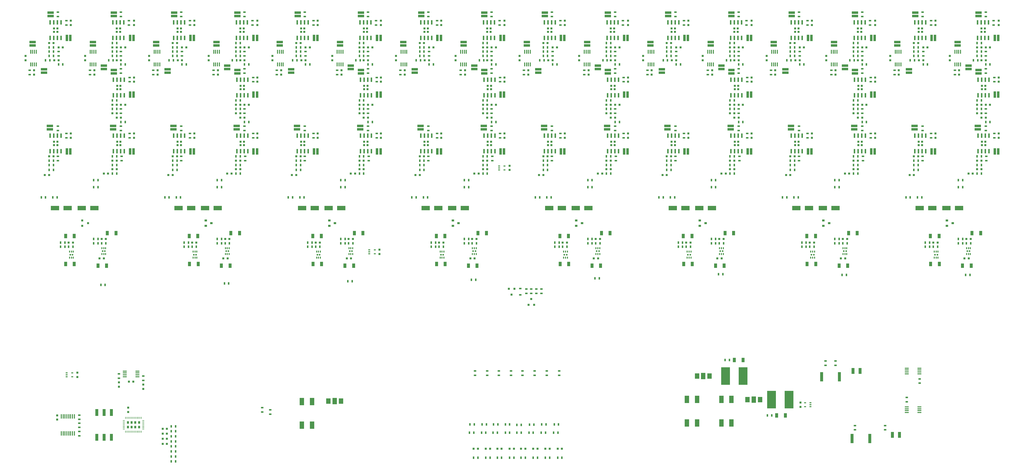
<source format=gtp>
G04 #@! TF.GenerationSoftware,KiCad,Pcbnew,(2017-12-06 revision 4e70e37f0)-master*
G04 #@! TF.CreationDate,2017-12-06T11:37:05-08:00*
G04 #@! TF.ProjectId,8CH_Amplifier,3843485F416D706C69666965722E6B69,rev?*
G04 #@! TF.SameCoordinates,Original*
G04 #@! TF.FileFunction,Paste,Top*
G04 #@! TF.FilePolarity,Positive*
%FSLAX46Y46*%
G04 Gerber Fmt 4.6, Leading zero omitted, Abs format (unit mm)*
G04 Created by KiCad (PCBNEW (2017-12-06 revision 4e70e37f0)-master) date Wed Dec  6 11:37:05 2017*
%MOMM*%
%LPD*%
G01*
G04 APERTURE LIST*
%ADD10R,0.900000X0.500000*%
%ADD11R,0.800000X0.750000*%
%ADD12R,0.750000X0.800000*%
%ADD13R,1.500000X2.500000*%
%ADD14R,1.140000X2.030000*%
%ADD15R,2.300000X0.850000*%
%ADD16R,0.500000X0.900000*%
%ADD17R,0.350000X0.650000*%
%ADD18R,0.480000X0.600000*%
%ADD19R,0.600000X1.550000*%
%ADD20R,0.705000X0.705000*%
%ADD21R,1.000000X1.600000*%
%ADD22R,0.450000X1.450000*%
%ADD23R,3.000000X1.600000*%
%ADD24R,0.850000X2.300000*%
%ADD25R,0.900000X0.800000*%
%ADD26R,0.750000X0.400000*%
%ADD27R,1.000000X3.200000*%
%ADD28R,1.130000X2.440000*%
%ADD29R,0.772500X0.945000*%
%ADD30R,0.700000X0.250000*%
%ADD31R,0.250000X0.700000*%
%ADD32R,1.450000X0.450000*%
%ADD33R,1.500000X1.900000*%
%ADD34R,1.500000X2.200000*%
%ADD35R,3.060000X6.100000*%
%ADD36R,0.800100X0.800100*%
%ADD37R,0.830000X0.630000*%
%ADD38R,0.450000X1.500000*%
G04 APERTURE END LIST*
D10*
X90900000Y-221250000D03*
X90900000Y-222750000D03*
X93700000Y-223550000D03*
X93700000Y-222050000D03*
D11*
X56250000Y-228600000D03*
X57750000Y-228600000D03*
D12*
X26550000Y-210600000D03*
X26550000Y-209100000D03*
D11*
X56250000Y-230350000D03*
X57750000Y-230350000D03*
D12*
X278250000Y-219500000D03*
X278250000Y-221000000D03*
D11*
X56250000Y-232100000D03*
X57750000Y-232100000D03*
D12*
X177000000Y-138500000D03*
X177000000Y-137000000D03*
D11*
X56250000Y-233850000D03*
X57750000Y-233850000D03*
D12*
X131750000Y-167750000D03*
X131750000Y-166250000D03*
D11*
X249350000Y-169250000D03*
X250850000Y-169250000D03*
D13*
X108250000Y-219125000D03*
X108250000Y-227375000D03*
X104750000Y-219125000D03*
X104750000Y-227375000D03*
X242250000Y-218375000D03*
X242250000Y-226625000D03*
X238750000Y-218375000D03*
X238750000Y-226625000D03*
X254250000Y-218375000D03*
X254250000Y-226625000D03*
X250750000Y-218375000D03*
X250750000Y-226625000D03*
D14*
X298996040Y-208500000D03*
X296596040Y-208500000D03*
X312700000Y-230750000D03*
X310300000Y-230750000D03*
D15*
X11000000Y-95100000D03*
X11000000Y-93900000D03*
X15000000Y-104600000D03*
X15000000Y-103400000D03*
X58000000Y-103400000D03*
X58000000Y-104600000D03*
X54000000Y-93900000D03*
X54000000Y-95100000D03*
X101000000Y-103400000D03*
X101000000Y-104600000D03*
X97000000Y-93900000D03*
X97000000Y-95100000D03*
X144000000Y-103400000D03*
X144000000Y-104600000D03*
X140000000Y-93900000D03*
X140000000Y-95100000D03*
X187000000Y-103400000D03*
X187000000Y-104600000D03*
X183000000Y-93900000D03*
X183000000Y-95100000D03*
X230000000Y-103400000D03*
X230000000Y-104600000D03*
X226000000Y-93900000D03*
X226000000Y-95100000D03*
X273000000Y-103400000D03*
X273000000Y-104600000D03*
X269000000Y-93900000D03*
X269000000Y-95100000D03*
X312000000Y-93900000D03*
X312000000Y-95100000D03*
X316000000Y-103400000D03*
X316000000Y-104600000D03*
X336750000Y-102150000D03*
X336750000Y-103350000D03*
X333000000Y-93900000D03*
X333000000Y-95100000D03*
X32000000Y-93900000D03*
X32000000Y-95100000D03*
X35750000Y-103350000D03*
X35750000Y-102150000D03*
X78750000Y-103350000D03*
X78750000Y-102150000D03*
X75000000Y-93900000D03*
X75000000Y-95100000D03*
X204000000Y-93900000D03*
X204000000Y-95100000D03*
X164750000Y-103350000D03*
X164750000Y-102150000D03*
X161000000Y-93900000D03*
X161000000Y-95100000D03*
X207750000Y-103350000D03*
X207750000Y-102150000D03*
X290000000Y-93900000D03*
X290000000Y-95100000D03*
X293750000Y-103350000D03*
X293750000Y-102150000D03*
X250750000Y-103350000D03*
X250750000Y-102150000D03*
X247000000Y-95100000D03*
X247000000Y-93900000D03*
X118000000Y-93900000D03*
X118000000Y-95100000D03*
X121750000Y-103350000D03*
X121750000Y-102150000D03*
D11*
X34300000Y-169250000D03*
X35800000Y-169250000D03*
D12*
X67250000Y-86500000D03*
X67250000Y-88000000D03*
D11*
X64500000Y-95750000D03*
X63000000Y-95750000D03*
X61250000Y-133750000D03*
X59750000Y-133750000D03*
D12*
X51500000Y-100250000D03*
X51500000Y-98750000D03*
D11*
X63000000Y-100250000D03*
X61500000Y-100250000D03*
D12*
X72250000Y-98750000D03*
X72250000Y-100250000D03*
X75500000Y-103750000D03*
X75500000Y-105250000D03*
D11*
X81750000Y-95750000D03*
X83250000Y-95750000D03*
X83250000Y-118750000D03*
X81750000Y-118750000D03*
X83250000Y-138250000D03*
X81750000Y-138250000D03*
X81750000Y-135250000D03*
X83250000Y-135250000D03*
X20000000Y-100250000D03*
X18500000Y-100250000D03*
D12*
X8500000Y-100250000D03*
X8500000Y-98750000D03*
D11*
X18250000Y-133750000D03*
X16750000Y-133750000D03*
X23500000Y-163750000D03*
X25000000Y-163750000D03*
X255250000Y-138250000D03*
X253750000Y-138250000D03*
X255250000Y-118750000D03*
X253750000Y-118750000D03*
X253750000Y-95750000D03*
X255250000Y-95750000D03*
D12*
X247500000Y-103750000D03*
X247500000Y-105250000D03*
D11*
X255250000Y-100250000D03*
X256750000Y-100250000D03*
X301250000Y-115750000D03*
X299750000Y-115750000D03*
X296750000Y-135250000D03*
X298250000Y-135250000D03*
X298250000Y-138250000D03*
X296750000Y-138250000D03*
X35000000Y-162500000D03*
X36500000Y-162500000D03*
D12*
X287250000Y-98750000D03*
X287250000Y-100250000D03*
D11*
X276250000Y-133750000D03*
X274750000Y-133750000D03*
X279500000Y-95750000D03*
X278000000Y-95750000D03*
D12*
X282250000Y-86500000D03*
X282250000Y-88000000D03*
D11*
X298250000Y-118750000D03*
X296750000Y-118750000D03*
D12*
X290500000Y-103750000D03*
X290500000Y-105250000D03*
D11*
X296750000Y-95750000D03*
X298250000Y-95750000D03*
X126250000Y-138250000D03*
X124750000Y-138250000D03*
X129250000Y-115750000D03*
X127750000Y-115750000D03*
X126250000Y-100250000D03*
X127750000Y-100250000D03*
X121000000Y-162500000D03*
X122500000Y-162500000D03*
X109500000Y-163750000D03*
X111000000Y-163750000D03*
X149000000Y-100250000D03*
X147500000Y-100250000D03*
X124750000Y-135250000D03*
X126250000Y-135250000D03*
X83250000Y-100250000D03*
X84750000Y-100250000D03*
D12*
X110250000Y-86500000D03*
X110250000Y-88000000D03*
D11*
X78000000Y-162500000D03*
X79500000Y-162500000D03*
X107500000Y-95750000D03*
X106000000Y-95750000D03*
X104250000Y-133750000D03*
X102750000Y-133750000D03*
X86250000Y-115750000D03*
X84750000Y-115750000D03*
D12*
X94500000Y-100250000D03*
X94500000Y-98750000D03*
D11*
X106000000Y-100250000D03*
X104500000Y-100250000D03*
X66500000Y-163750000D03*
X68000000Y-163750000D03*
D12*
X137500000Y-100250000D03*
X137500000Y-98750000D03*
D11*
X21500000Y-95750000D03*
X20000000Y-95750000D03*
D12*
X24250000Y-86500000D03*
X24250000Y-88000000D03*
X29250000Y-98750000D03*
X29250000Y-100250000D03*
X32500000Y-103750000D03*
X32500000Y-105250000D03*
D11*
X38750000Y-95750000D03*
X40250000Y-95750000D03*
X40250000Y-118750000D03*
X38750000Y-118750000D03*
X126250000Y-118750000D03*
X124750000Y-118750000D03*
X124750000Y-95750000D03*
X126250000Y-95750000D03*
D12*
X118500000Y-103750000D03*
X118500000Y-105250000D03*
X115250000Y-98750000D03*
X115250000Y-100250000D03*
D11*
X40250000Y-138250000D03*
X38750000Y-138250000D03*
X40250000Y-100250000D03*
X41750000Y-100250000D03*
X43250000Y-115750000D03*
X41750000Y-115750000D03*
X38750000Y-135250000D03*
X40250000Y-135250000D03*
D12*
X223500000Y-100250000D03*
X223500000Y-98750000D03*
D11*
X167750000Y-135250000D03*
X169250000Y-135250000D03*
X169250000Y-138250000D03*
X167750000Y-138250000D03*
X169250000Y-118750000D03*
X167750000Y-118750000D03*
X167750000Y-95750000D03*
X169250000Y-95750000D03*
D12*
X161500000Y-103750000D03*
X161500000Y-105250000D03*
X158250000Y-98750000D03*
X158250000Y-100250000D03*
D11*
X190250000Y-133750000D03*
X188750000Y-133750000D03*
X193500000Y-95750000D03*
X192000000Y-95750000D03*
D12*
X196250000Y-86500000D03*
X196250000Y-88000000D03*
X244250000Y-98750000D03*
X244250000Y-100250000D03*
D11*
X147250000Y-133750000D03*
X145750000Y-133750000D03*
X150500000Y-95750000D03*
X149000000Y-95750000D03*
D12*
X153250000Y-86500000D03*
X153250000Y-88000000D03*
D11*
X210750000Y-135250000D03*
X212250000Y-135250000D03*
X212250000Y-138250000D03*
X210750000Y-138250000D03*
X212250000Y-118750000D03*
X210750000Y-118750000D03*
X210750000Y-95750000D03*
X212250000Y-95750000D03*
D12*
X204500000Y-103750000D03*
X204500000Y-105250000D03*
X201250000Y-98750000D03*
X201250000Y-100250000D03*
D11*
X215250000Y-115750000D03*
X213750000Y-115750000D03*
X212250000Y-100250000D03*
X213750000Y-100250000D03*
X195500000Y-163750000D03*
X197000000Y-163750000D03*
D12*
X239250000Y-86500000D03*
X239250000Y-88000000D03*
D11*
X207000000Y-162500000D03*
X208500000Y-162500000D03*
X233250000Y-133750000D03*
X231750000Y-133750000D03*
X236500000Y-95750000D03*
X235000000Y-95750000D03*
X235000000Y-100250000D03*
X233500000Y-100250000D03*
X324500000Y-163750000D03*
X326000000Y-163750000D03*
X336000000Y-162500000D03*
X337500000Y-162500000D03*
D12*
X330250000Y-98750000D03*
X330250000Y-100250000D03*
D11*
X344250000Y-115750000D03*
X342750000Y-115750000D03*
X339750000Y-135250000D03*
X341250000Y-135250000D03*
X341250000Y-138250000D03*
X339750000Y-138250000D03*
X341250000Y-118750000D03*
X339750000Y-118750000D03*
X339750000Y-95750000D03*
X341250000Y-95750000D03*
D12*
X333500000Y-103750000D03*
X333500000Y-105250000D03*
D11*
X341250000Y-100250000D03*
X342750000Y-100250000D03*
D12*
X266500000Y-100250000D03*
X266500000Y-98750000D03*
D11*
X278000000Y-100250000D03*
X276500000Y-100250000D03*
X238500000Y-163750000D03*
X240000000Y-163750000D03*
X250000000Y-162500000D03*
X251500000Y-162500000D03*
X298250000Y-100250000D03*
X299750000Y-100250000D03*
X172250000Y-115750000D03*
X170750000Y-115750000D03*
X169250000Y-100250000D03*
X170750000Y-100250000D03*
X164000000Y-162500000D03*
X165500000Y-162500000D03*
X152500000Y-163750000D03*
X154000000Y-163750000D03*
X192000000Y-100250000D03*
X190500000Y-100250000D03*
X258250000Y-115750000D03*
X256750000Y-115750000D03*
D12*
X180500000Y-100250000D03*
X180500000Y-98750000D03*
D11*
X319250000Y-133750000D03*
X317750000Y-133750000D03*
X293000000Y-162500000D03*
X294500000Y-162500000D03*
X281500000Y-163750000D03*
X283000000Y-163750000D03*
X321000000Y-100250000D03*
X319500000Y-100250000D03*
D12*
X309500000Y-100250000D03*
X309500000Y-98750000D03*
D11*
X253750000Y-135250000D03*
X255250000Y-135250000D03*
X322500000Y-95750000D03*
X321000000Y-95750000D03*
D12*
X325250000Y-86500000D03*
X325250000Y-88000000D03*
D11*
X274750000Y-94250000D03*
X276250000Y-94250000D03*
D12*
X282250000Y-125750000D03*
X282250000Y-127250000D03*
D11*
X293750000Y-139750000D03*
X295250000Y-139750000D03*
X298250000Y-120250000D03*
X299750000Y-120250000D03*
X273250000Y-140250000D03*
X274750000Y-140250000D03*
D12*
X269500000Y-105250000D03*
X269500000Y-103750000D03*
D11*
X58250000Y-140250000D03*
X59750000Y-140250000D03*
X59750000Y-94250000D03*
X61250000Y-94250000D03*
D12*
X304250000Y-127250000D03*
X304250000Y-125750000D03*
X347250000Y-107750000D03*
X347250000Y-106250000D03*
D11*
X258250000Y-95750000D03*
X256750000Y-95750000D03*
D12*
X261250000Y-88000000D03*
X261250000Y-86500000D03*
D11*
X253750000Y-115750000D03*
X255250000Y-115750000D03*
D12*
X261250000Y-107750000D03*
X261250000Y-106250000D03*
D11*
X301250000Y-95750000D03*
X299750000Y-95750000D03*
D12*
X89250000Y-127250000D03*
X89250000Y-125750000D03*
D11*
X250750000Y-139750000D03*
X252250000Y-139750000D03*
D12*
X132250000Y-127250000D03*
X132250000Y-125750000D03*
X239250000Y-125750000D03*
X239250000Y-127250000D03*
D11*
X255250000Y-120250000D03*
X256750000Y-120250000D03*
D12*
X304250000Y-88000000D03*
X304250000Y-86500000D03*
D11*
X296750000Y-115750000D03*
X298250000Y-115750000D03*
D12*
X304250000Y-107750000D03*
X304250000Y-106250000D03*
X261250000Y-127250000D03*
X261250000Y-125750000D03*
X110250000Y-125750000D03*
X110250000Y-127250000D03*
D11*
X102750000Y-94250000D03*
X104250000Y-94250000D03*
D12*
X97500000Y-105250000D03*
X97500000Y-103750000D03*
D11*
X101250000Y-140250000D03*
X102750000Y-140250000D03*
X341250000Y-120250000D03*
X342750000Y-120250000D03*
X77350000Y-169250000D03*
X78850000Y-169250000D03*
X86250000Y-95750000D03*
X84750000Y-95750000D03*
X83250000Y-120250000D03*
X84750000Y-120250000D03*
X121750000Y-139750000D03*
X123250000Y-139750000D03*
D12*
X89250000Y-88000000D03*
X89250000Y-86500000D03*
D11*
X81750000Y-115750000D03*
X83250000Y-115750000D03*
D12*
X89250000Y-107750000D03*
X89250000Y-106250000D03*
X67250000Y-125750000D03*
X67250000Y-127250000D03*
D11*
X78750000Y-139750000D03*
X80250000Y-139750000D03*
D12*
X54500000Y-105250000D03*
X54500000Y-103750000D03*
X153250000Y-125750000D03*
X153250000Y-127250000D03*
D11*
X145750000Y-94250000D03*
X147250000Y-94250000D03*
D12*
X140500000Y-105250000D03*
X140500000Y-103750000D03*
D11*
X144250000Y-140250000D03*
X145750000Y-140250000D03*
X120350000Y-169250000D03*
X121850000Y-169250000D03*
D12*
X226500000Y-105250000D03*
X226500000Y-103750000D03*
D11*
X129250000Y-95750000D03*
X127750000Y-95750000D03*
D12*
X132250000Y-88000000D03*
X132250000Y-86500000D03*
D11*
X124750000Y-115750000D03*
X126250000Y-115750000D03*
D12*
X132250000Y-107750000D03*
X132250000Y-106250000D03*
D11*
X126250000Y-120250000D03*
X127750000Y-120250000D03*
X163350000Y-169250000D03*
X164850000Y-169250000D03*
X187250000Y-140250000D03*
X188750000Y-140250000D03*
D12*
X183500000Y-105250000D03*
X183500000Y-103750000D03*
D11*
X188750000Y-94250000D03*
X190250000Y-94250000D03*
D12*
X196250000Y-125750000D03*
X196250000Y-127250000D03*
D11*
X231750000Y-94250000D03*
X233250000Y-94250000D03*
X215250000Y-95750000D03*
X213750000Y-95750000D03*
X207750000Y-139750000D03*
X209250000Y-139750000D03*
D12*
X218250000Y-127250000D03*
X218250000Y-125750000D03*
D11*
X206350000Y-169250000D03*
X207850000Y-169250000D03*
X212250000Y-120250000D03*
X213750000Y-120250000D03*
D12*
X218250000Y-107750000D03*
X218250000Y-106250000D03*
D11*
X210750000Y-115750000D03*
X212250000Y-115750000D03*
D12*
X218250000Y-88000000D03*
X218250000Y-86500000D03*
D11*
X230250000Y-140250000D03*
X231750000Y-140250000D03*
X292350000Y-169250000D03*
X293850000Y-169250000D03*
D12*
X312500000Y-105250000D03*
X312500000Y-103750000D03*
D11*
X316250000Y-140250000D03*
X317750000Y-140250000D03*
X335350000Y-169250000D03*
X336850000Y-169250000D03*
D12*
X347250000Y-127250000D03*
X347250000Y-125750000D03*
D11*
X344250000Y-95750000D03*
X342750000Y-95750000D03*
D12*
X347250000Y-88000000D03*
X347250000Y-86500000D03*
D11*
X339750000Y-115750000D03*
X341250000Y-115750000D03*
X172250000Y-95750000D03*
X170750000Y-95750000D03*
D12*
X175250000Y-88000000D03*
X175250000Y-86500000D03*
X175250000Y-107750000D03*
X175250000Y-106250000D03*
D11*
X169250000Y-120250000D03*
X170750000Y-120250000D03*
D12*
X175250000Y-127250000D03*
X175250000Y-125750000D03*
D11*
X164750000Y-139750000D03*
X166250000Y-139750000D03*
X317750000Y-94250000D03*
X319250000Y-94250000D03*
D12*
X325250000Y-125750000D03*
X325250000Y-127250000D03*
D11*
X336750000Y-139750000D03*
X338250000Y-139750000D03*
X167750000Y-115750000D03*
X169250000Y-115750000D03*
D12*
X24250000Y-125750000D03*
X24250000Y-127250000D03*
D11*
X46000000Y-212250000D03*
X44500000Y-212250000D03*
D12*
X41000000Y-214000000D03*
X41000000Y-212500000D03*
X49500000Y-214750000D03*
X49500000Y-213250000D03*
X46250000Y-107750000D03*
X46250000Y-106250000D03*
D11*
X43250000Y-95750000D03*
X41750000Y-95750000D03*
X38750000Y-115750000D03*
X40250000Y-115750000D03*
D12*
X46250000Y-88000000D03*
X46250000Y-86500000D03*
X11500000Y-105250000D03*
X11500000Y-103750000D03*
D11*
X16750000Y-94250000D03*
X18250000Y-94250000D03*
X164500000Y-235550000D03*
X166000000Y-235550000D03*
X40250000Y-120250000D03*
X41750000Y-120250000D03*
X35750000Y-139750000D03*
X37250000Y-139750000D03*
D12*
X46250000Y-127250000D03*
X46250000Y-125750000D03*
D11*
X15250000Y-140250000D03*
X16750000Y-140250000D03*
X168750000Y-235550000D03*
X170250000Y-235550000D03*
X172750000Y-235550000D03*
X174250000Y-235550000D03*
X177000000Y-235550000D03*
X178500000Y-235550000D03*
X181000000Y-235550000D03*
X182500000Y-235550000D03*
X185250000Y-235550000D03*
X186750000Y-235550000D03*
X189500000Y-235550000D03*
X191000000Y-235550000D03*
X193750000Y-235550000D03*
X195250000Y-235550000D03*
D12*
X44250000Y-221250000D03*
X44250000Y-222750000D03*
X19500000Y-225450000D03*
X19500000Y-223950000D03*
D10*
X151750000Y-88000000D03*
X151750000Y-86500000D03*
D16*
X125000000Y-100250000D03*
X123500000Y-100250000D03*
D10*
X127750000Y-98750000D03*
X127750000Y-97250000D03*
X127750000Y-118750000D03*
X127750000Y-117250000D03*
D16*
X122500000Y-163999999D03*
X121000000Y-163999999D03*
X147250000Y-98750000D03*
X145750000Y-98750000D03*
X168000000Y-100250000D03*
X166500000Y-100250000D03*
X119750000Y-164000000D03*
X118250000Y-164000000D03*
X111000000Y-165250000D03*
X109500000Y-165250000D03*
X108250000Y-163750000D03*
X106750000Y-163750000D03*
X108250000Y-165250000D03*
X106750000Y-165250000D03*
X119750000Y-162500000D03*
X118250000Y-162500000D03*
D10*
X84750000Y-98750000D03*
X84750000Y-97250000D03*
X84750000Y-118750000D03*
X84750000Y-117250000D03*
X170750000Y-98750000D03*
X170750000Y-97250000D03*
X170750000Y-118750000D03*
X170750000Y-117250000D03*
D16*
X165500000Y-163999999D03*
X164000000Y-163999999D03*
X162750000Y-162500000D03*
X161250000Y-162500000D03*
X162750000Y-164000000D03*
X161250000Y-164000000D03*
X151250000Y-163750000D03*
X149750000Y-163750000D03*
X151250000Y-165250000D03*
X149750000Y-165250000D03*
D10*
X148750000Y-124750000D03*
X148750000Y-123250000D03*
D16*
X154000000Y-165250000D03*
X152500000Y-165250000D03*
X18250000Y-98750000D03*
X16750000Y-98750000D03*
D10*
X22750000Y-88000000D03*
X22750000Y-86500000D03*
X19750000Y-124750000D03*
X19750000Y-123250000D03*
D16*
X39000000Y-100250000D03*
X37500000Y-100250000D03*
X22250000Y-165250000D03*
X20750000Y-165250000D03*
D10*
X41750000Y-118750000D03*
X41750000Y-117250000D03*
D16*
X36500000Y-163999999D03*
X35000000Y-163999999D03*
X33750000Y-162500000D03*
X32250000Y-162500000D03*
X33750000Y-164000000D03*
X32250000Y-164000000D03*
X25000000Y-165250000D03*
X23500000Y-165250000D03*
X22250000Y-163750000D03*
X20750000Y-163750000D03*
D10*
X41750000Y-98750000D03*
X41750000Y-97250000D03*
X237750000Y-88000000D03*
X237750000Y-86500000D03*
X191750000Y-124750000D03*
X191750000Y-123250000D03*
X194750000Y-88000000D03*
X194750000Y-86500000D03*
D16*
X190250000Y-98750000D03*
X188750000Y-98750000D03*
X194250000Y-165250000D03*
X192750000Y-165250000D03*
X194250000Y-163750000D03*
X192750000Y-163750000D03*
X197000000Y-165250000D03*
X195500000Y-165250000D03*
X205750000Y-164000000D03*
X204250000Y-164000000D03*
X205750000Y-162500000D03*
X204250000Y-162500000D03*
X208500000Y-164000000D03*
X207000000Y-164000000D03*
X233250000Y-98750000D03*
X231750000Y-98750000D03*
D10*
X213750000Y-118750000D03*
X213750000Y-117250000D03*
X213750000Y-98750000D03*
X213750000Y-97250000D03*
D16*
X211000000Y-100250000D03*
X209500000Y-100250000D03*
X334750000Y-162500000D03*
X333250000Y-162500000D03*
X326000000Y-165250000D03*
X324500000Y-165250000D03*
X323250000Y-163750000D03*
X321750000Y-163750000D03*
X323250000Y-165250000D03*
X321750000Y-165250000D03*
X276250000Y-98750000D03*
X274750000Y-98750000D03*
X237250000Y-165250000D03*
X235750000Y-165250000D03*
D10*
X280750000Y-88000000D03*
X280750000Y-86500000D03*
D16*
X337500000Y-163999999D03*
X336000000Y-163999999D03*
X334750000Y-164000000D03*
X333250000Y-164000000D03*
D10*
X342750000Y-98750000D03*
X342750000Y-97250000D03*
X342750000Y-118750000D03*
X342750000Y-117250000D03*
X299750000Y-98750000D03*
X299750000Y-97250000D03*
D16*
X297000000Y-100250000D03*
X295500000Y-100250000D03*
D10*
X277750000Y-124750000D03*
X277750000Y-123250000D03*
D16*
X254000000Y-100250000D03*
X252500000Y-100250000D03*
D10*
X256750000Y-118750000D03*
X256750000Y-117250000D03*
D16*
X251500000Y-163999999D03*
X250000000Y-163999999D03*
X248750000Y-162500000D03*
X247250000Y-162500000D03*
X248750000Y-164000000D03*
X247250000Y-164000000D03*
X240000000Y-165250000D03*
X238500000Y-165250000D03*
X237250000Y-163750000D03*
X235750000Y-163750000D03*
D10*
X256750000Y-98750000D03*
X256750000Y-97250000D03*
D16*
X79500000Y-163999999D03*
X78000000Y-163999999D03*
X76750000Y-162500000D03*
X75250000Y-162500000D03*
X76750000Y-164000000D03*
X75250000Y-164000000D03*
X68000000Y-165250000D03*
X66500000Y-165250000D03*
X65250000Y-165250000D03*
X63750000Y-165250000D03*
D10*
X323750000Y-88000000D03*
X323750000Y-86500000D03*
D16*
X65250000Y-163750000D03*
X63750000Y-163750000D03*
X82000000Y-100250000D03*
X80500000Y-100250000D03*
D10*
X65750000Y-88000000D03*
X65750000Y-86500000D03*
X62750000Y-124750000D03*
X62750000Y-123250000D03*
X234750000Y-124750000D03*
X234750000Y-123250000D03*
X108750000Y-88000000D03*
X108750000Y-86500000D03*
X105750000Y-124750000D03*
X105750000Y-123250000D03*
D16*
X104250000Y-98750000D03*
X102750000Y-98750000D03*
X294500000Y-163999999D03*
X293000000Y-163999999D03*
X291750000Y-162500000D03*
X290250000Y-162500000D03*
X291750000Y-164000000D03*
X290250000Y-164000000D03*
X283000000Y-165250000D03*
X281500000Y-165250000D03*
X280250000Y-165250000D03*
X278750000Y-165250000D03*
X319250000Y-98750000D03*
X317750000Y-98750000D03*
X61250000Y-98750000D03*
X59750000Y-98750000D03*
D10*
X320750000Y-124750000D03*
X320750000Y-123250000D03*
X299750000Y-118750000D03*
X299750000Y-117250000D03*
D16*
X280250000Y-163750000D03*
X278750000Y-163750000D03*
X340000000Y-100250000D03*
X338500000Y-100250000D03*
X172250000Y-101750000D03*
X170750000Y-101750000D03*
X167750000Y-97250000D03*
X169250000Y-97250000D03*
X169250000Y-94250000D03*
X167750000Y-94250000D03*
D10*
X173500000Y-86500000D03*
X173500000Y-88000000D03*
X173750000Y-106250000D03*
X173750000Y-107750000D03*
D16*
X169250000Y-114250000D03*
X167750000Y-114250000D03*
X190250000Y-95750000D03*
X188750000Y-95750000D03*
X212250000Y-94250000D03*
X210750000Y-94250000D03*
X210750000Y-97250000D03*
X212250000Y-97250000D03*
X215250000Y-101750000D03*
X213750000Y-101750000D03*
X163750000Y-176750000D03*
X165250000Y-176750000D03*
D10*
X216500000Y-86500000D03*
X216500000Y-88000000D03*
D16*
X61250000Y-138500000D03*
X59750000Y-138500000D03*
D10*
X128000000Y-135250000D03*
X128000000Y-133750000D03*
D16*
X193500000Y-101750000D03*
X192000000Y-101750000D03*
D10*
X192000000Y-98750000D03*
X192000000Y-97250000D03*
D16*
X188750000Y-97250000D03*
X190250000Y-97250000D03*
D10*
X194750000Y-127250000D03*
X194750000Y-125750000D03*
D16*
X190250000Y-135250000D03*
X188750000Y-135250000D03*
X190250000Y-138500000D03*
X188750000Y-138500000D03*
D10*
X191750000Y-135250000D03*
X191750000Y-133750000D03*
X182000000Y-103750000D03*
X182000000Y-105250000D03*
D16*
X191500000Y-148000000D03*
X190000000Y-148000000D03*
X186000000Y-148000000D03*
X187500000Y-148000000D03*
X190250000Y-136750000D03*
X188750000Y-136750000D03*
X189000000Y-100250000D03*
X187500000Y-100250000D03*
X212250000Y-114250000D03*
X210750000Y-114250000D03*
D10*
X127750000Y-104750000D03*
X127750000Y-103250000D03*
D16*
X126250000Y-114250000D03*
X124750000Y-114250000D03*
D10*
X130750000Y-106250000D03*
X130750000Y-107750000D03*
D16*
X129250000Y-101750000D03*
X127750000Y-101750000D03*
X124750000Y-97250000D03*
X126250000Y-97250000D03*
X126250000Y-94250000D03*
X124750000Y-94250000D03*
D10*
X130500000Y-86500000D03*
X130500000Y-88000000D03*
D16*
X126250000Y-117250000D03*
X124750000Y-117250000D03*
X118250000Y-144500000D03*
X119750000Y-144500000D03*
D10*
X105750000Y-85000000D03*
X105750000Y-83500000D03*
D16*
X231750000Y-97250000D03*
X233250000Y-97250000D03*
D10*
X216750000Y-106250000D03*
X216750000Y-107750000D03*
X203000000Y-103750000D03*
X203000000Y-105250000D03*
X213750000Y-104750000D03*
X213750000Y-103250000D03*
D16*
X212250000Y-117250000D03*
X210750000Y-117250000D03*
X212250000Y-98750000D03*
X210750000Y-98750000D03*
X215250000Y-121750000D03*
X213750000Y-121750000D03*
D10*
X213750000Y-124750000D03*
X213750000Y-123250000D03*
X216750000Y-127250000D03*
X216750000Y-125750000D03*
D16*
X212250000Y-133750000D03*
X210750000Y-133750000D03*
X210750000Y-136750000D03*
X212250000Y-136750000D03*
X210750000Y-139750000D03*
X212250000Y-139750000D03*
D10*
X214000000Y-135250000D03*
X214000000Y-133750000D03*
D16*
X204250000Y-142000000D03*
X205750000Y-142000000D03*
X204250000Y-144500000D03*
X205750000Y-144500000D03*
D10*
X191750000Y-85000000D03*
X191750000Y-83500000D03*
X170750000Y-104750000D03*
X170750000Y-103250000D03*
D16*
X75250000Y-144500000D03*
X76750000Y-144500000D03*
X75250000Y-142000000D03*
X76750000Y-142000000D03*
D10*
X108750000Y-127250000D03*
X108750000Y-125750000D03*
D16*
X100000000Y-148000000D03*
X101500000Y-148000000D03*
X105500000Y-148000000D03*
X104000000Y-148000000D03*
D10*
X96000000Y-103750000D03*
X96000000Y-105250000D03*
X105750000Y-135250000D03*
X105750000Y-133750000D03*
D16*
X104250000Y-138500000D03*
X102750000Y-138500000D03*
X103000000Y-100250000D03*
X101500000Y-100250000D03*
X104250000Y-135250000D03*
X102750000Y-135250000D03*
X118250000Y-142000000D03*
X119750000Y-142000000D03*
D10*
X87500000Y-86500000D03*
X87500000Y-88000000D03*
D16*
X83250000Y-94250000D03*
X81750000Y-94250000D03*
X81750000Y-97250000D03*
X83250000Y-97250000D03*
X104250000Y-136750000D03*
X102750000Y-136750000D03*
X104250000Y-95750000D03*
X102750000Y-95750000D03*
X107500000Y-101750000D03*
X106000000Y-101750000D03*
D10*
X106000000Y-98750000D03*
X106000000Y-97250000D03*
D16*
X102750000Y-97250000D03*
X104250000Y-97250000D03*
X86250000Y-101750000D03*
X84750000Y-101750000D03*
X120750000Y-177250000D03*
X122250000Y-177250000D03*
X81750000Y-139750000D03*
X83250000Y-139750000D03*
X81750000Y-136750000D03*
X83250000Y-136750000D03*
X83250000Y-117250000D03*
X81750000Y-117250000D03*
D10*
X74000000Y-103750000D03*
X74000000Y-105250000D03*
D16*
X83250000Y-133750000D03*
X81750000Y-133750000D03*
D10*
X87750000Y-127250000D03*
X87750000Y-125750000D03*
X84750000Y-124750000D03*
X84750000Y-123250000D03*
D16*
X86250000Y-121750000D03*
X84750000Y-121750000D03*
X83250000Y-98750000D03*
X81750000Y-98750000D03*
D10*
X84750000Y-104750000D03*
X84750000Y-103250000D03*
D16*
X83250000Y-114250000D03*
X81750000Y-114250000D03*
D10*
X62750000Y-85000000D03*
X62750000Y-83500000D03*
X85000000Y-135250000D03*
X85000000Y-133750000D03*
D16*
X61250000Y-95750000D03*
X59750000Y-95750000D03*
X60000000Y-100250000D03*
X58500000Y-100250000D03*
X64500000Y-101750000D03*
X63000000Y-101750000D03*
D10*
X63000000Y-98750000D03*
X63000000Y-97250000D03*
D16*
X59750000Y-97250000D03*
X61250000Y-97250000D03*
X61250000Y-136750000D03*
X59750000Y-136750000D03*
D10*
X65750000Y-127250000D03*
X65750000Y-125750000D03*
D16*
X61250000Y-135250000D03*
X59750000Y-135250000D03*
D10*
X62750000Y-135250000D03*
X62750000Y-133750000D03*
X53000000Y-103750000D03*
X53000000Y-105250000D03*
D16*
X62500000Y-148000000D03*
X61000000Y-148000000D03*
X57000000Y-148000000D03*
X58500000Y-148000000D03*
D10*
X87750000Y-106250000D03*
X87750000Y-107750000D03*
D16*
X77750000Y-178000000D03*
X79250000Y-178000000D03*
X229000000Y-148000000D03*
X230500000Y-148000000D03*
X234500000Y-148000000D03*
X233000000Y-148000000D03*
D10*
X225000000Y-103750000D03*
X225000000Y-105250000D03*
D16*
X335750000Y-175000000D03*
X337250000Y-175000000D03*
X255250000Y-94250000D03*
X253750000Y-94250000D03*
D10*
X256750000Y-124750000D03*
X256750000Y-123250000D03*
D16*
X258250000Y-121750000D03*
X256750000Y-121750000D03*
D10*
X259500000Y-86500000D03*
X259500000Y-88000000D03*
X259750000Y-127250000D03*
X259750000Y-125750000D03*
D16*
X255250000Y-98750000D03*
X253750000Y-98750000D03*
X253750000Y-97250000D03*
X255250000Y-97250000D03*
X258250000Y-101750000D03*
X256750000Y-101750000D03*
D10*
X259750000Y-106250000D03*
X259750000Y-107750000D03*
D16*
X255250000Y-114250000D03*
X253750000Y-114250000D03*
D10*
X256750000Y-104750000D03*
X256750000Y-103250000D03*
D16*
X255250000Y-117250000D03*
X253750000Y-117250000D03*
X341250000Y-94250000D03*
X339750000Y-94250000D03*
X341250000Y-133750000D03*
X339750000Y-133750000D03*
D10*
X345500000Y-86500000D03*
X345500000Y-88000000D03*
D16*
X233250000Y-138500000D03*
X231750000Y-138500000D03*
X339750000Y-97250000D03*
X341250000Y-97250000D03*
D10*
X345750000Y-127250000D03*
X345750000Y-125750000D03*
X345750000Y-106250000D03*
X345750000Y-107750000D03*
D16*
X341250000Y-114250000D03*
X339750000Y-114250000D03*
D10*
X342750000Y-104750000D03*
X342750000Y-103250000D03*
D16*
X341250000Y-117250000D03*
X339750000Y-117250000D03*
X341250000Y-98750000D03*
X339750000Y-98750000D03*
X344250000Y-121750000D03*
X342750000Y-121750000D03*
D10*
X342750000Y-124750000D03*
X342750000Y-123250000D03*
D16*
X344250000Y-101750000D03*
X342750000Y-101750000D03*
X276250000Y-136750000D03*
X274750000Y-136750000D03*
X274750000Y-97250000D03*
X276250000Y-97250000D03*
D10*
X278000000Y-98750000D03*
X278000000Y-97250000D03*
D16*
X279500000Y-101750000D03*
X278000000Y-101750000D03*
D10*
X289000000Y-103750000D03*
X289000000Y-105250000D03*
D16*
X296750000Y-139750000D03*
X298250000Y-139750000D03*
D10*
X300000000Y-135250000D03*
X300000000Y-133750000D03*
D16*
X276250000Y-95750000D03*
X274750000Y-95750000D03*
X290250000Y-142000000D03*
X291750000Y-142000000D03*
X277500000Y-148000000D03*
X276000000Y-148000000D03*
X276250000Y-138500000D03*
X274750000Y-138500000D03*
X272000000Y-148000000D03*
X273500000Y-148000000D03*
X275000000Y-100250000D03*
X273500000Y-100250000D03*
D10*
X268000000Y-103750000D03*
X268000000Y-105250000D03*
X277750000Y-135250000D03*
X277750000Y-133750000D03*
D16*
X290250000Y-144500000D03*
X291750000Y-144500000D03*
D10*
X280750000Y-127250000D03*
X280750000Y-125750000D03*
X277750000Y-85000000D03*
X277750000Y-83500000D03*
D16*
X276250000Y-135250000D03*
X274750000Y-135250000D03*
X249750000Y-174750000D03*
X251250000Y-174750000D03*
D10*
X234750000Y-135250000D03*
X234750000Y-133750000D03*
D16*
X232000000Y-100250000D03*
X230500000Y-100250000D03*
X233250000Y-135250000D03*
X231750000Y-135250000D03*
D10*
X237750000Y-127250000D03*
X237750000Y-125750000D03*
D16*
X233250000Y-136750000D03*
X231750000Y-136750000D03*
D10*
X235000000Y-98750000D03*
X235000000Y-97250000D03*
D16*
X236500000Y-101750000D03*
X235000000Y-101750000D03*
X255250000Y-133750000D03*
X253750000Y-133750000D03*
D10*
X246000000Y-103750000D03*
X246000000Y-105250000D03*
D16*
X253750000Y-136750000D03*
X255250000Y-136750000D03*
X253750000Y-139750000D03*
X255250000Y-139750000D03*
D10*
X257000000Y-135250000D03*
X257000000Y-133750000D03*
D16*
X247250000Y-142000000D03*
X248750000Y-142000000D03*
X247250000Y-144500000D03*
X248750000Y-144500000D03*
D10*
X234750000Y-85000000D03*
X234750000Y-83500000D03*
D16*
X296750000Y-136750000D03*
X298250000Y-136750000D03*
X233250000Y-95750000D03*
X231750000Y-95750000D03*
X143000000Y-148000000D03*
X144500000Y-148000000D03*
X148500000Y-148000000D03*
X147000000Y-148000000D03*
D10*
X139000000Y-103750000D03*
X139000000Y-105250000D03*
X148750000Y-135250000D03*
X148750000Y-133750000D03*
D16*
X147250000Y-138500000D03*
X145750000Y-138500000D03*
X146000000Y-100250000D03*
X144500000Y-100250000D03*
X147250000Y-135250000D03*
X145750000Y-135250000D03*
X147250000Y-136750000D03*
X145750000Y-136750000D03*
X145750000Y-97250000D03*
X147250000Y-97250000D03*
D10*
X149000000Y-98750000D03*
X149000000Y-97250000D03*
D16*
X150500000Y-101750000D03*
X149000000Y-101750000D03*
X322500000Y-101750000D03*
X321000000Y-101750000D03*
D10*
X321000000Y-98750000D03*
X321000000Y-97250000D03*
D16*
X317750000Y-97250000D03*
X319250000Y-97250000D03*
X319250000Y-136750000D03*
X317750000Y-136750000D03*
D10*
X323750000Y-127250000D03*
X323750000Y-125750000D03*
D16*
X319250000Y-135250000D03*
X317750000Y-135250000D03*
X319250000Y-138500000D03*
X317750000Y-138500000D03*
D10*
X320750000Y-135250000D03*
X320750000Y-133750000D03*
X311000000Y-103750000D03*
X311000000Y-105250000D03*
D16*
X320500000Y-148000000D03*
X319000000Y-148000000D03*
X315000000Y-148000000D03*
X316500000Y-148000000D03*
X319250000Y-95750000D03*
X317750000Y-95750000D03*
X147250000Y-95750000D03*
X145750000Y-95750000D03*
X318000000Y-100250000D03*
X316500000Y-100250000D03*
X124750000Y-136750000D03*
X126250000Y-136750000D03*
D10*
X117000000Y-103750000D03*
X117000000Y-105250000D03*
D16*
X126250000Y-133750000D03*
X124750000Y-133750000D03*
D10*
X130750000Y-127250000D03*
X130750000Y-125750000D03*
X127750000Y-124750000D03*
X127750000Y-123250000D03*
D16*
X129250000Y-121750000D03*
X127750000Y-121750000D03*
X126250000Y-98750000D03*
X124750000Y-98750000D03*
X167750000Y-139750000D03*
X169250000Y-139750000D03*
D10*
X148750000Y-85000000D03*
X148750000Y-83500000D03*
X151750000Y-127250000D03*
X151750000Y-125750000D03*
D16*
X169250000Y-117250000D03*
X167750000Y-117250000D03*
X169250000Y-98750000D03*
X167750000Y-98750000D03*
X172250000Y-121750000D03*
X170750000Y-121750000D03*
D10*
X170750000Y-124750000D03*
X170750000Y-123250000D03*
D16*
X169250000Y-133750000D03*
X167750000Y-133750000D03*
D10*
X160000000Y-103750000D03*
X160000000Y-105250000D03*
D16*
X167750000Y-136750000D03*
X169250000Y-136750000D03*
D10*
X171000000Y-135250000D03*
X171000000Y-133750000D03*
D16*
X161250000Y-142000000D03*
X162750000Y-142000000D03*
X161250000Y-144500000D03*
X162750000Y-144500000D03*
D10*
X173750000Y-127250000D03*
X173750000Y-125750000D03*
X332000000Y-103750000D03*
X332000000Y-105250000D03*
X302500000Y-86500000D03*
X302500000Y-88000000D03*
D16*
X292750000Y-175000000D03*
X294250000Y-175000000D03*
X124750000Y-139750000D03*
X126250000Y-139750000D03*
X339750000Y-139750000D03*
X341250000Y-139750000D03*
D10*
X343000000Y-135250000D03*
X343000000Y-133750000D03*
D16*
X333250000Y-142000000D03*
X334750000Y-142000000D03*
X333250000Y-144500000D03*
X334750000Y-144500000D03*
X206750000Y-176250000D03*
X208250000Y-176250000D03*
X339750000Y-136750000D03*
X341250000Y-136750000D03*
D10*
X320750000Y-85000000D03*
X320750000Y-83500000D03*
D16*
X301250000Y-101750000D03*
X299750000Y-101750000D03*
D10*
X302750000Y-106250000D03*
X302750000Y-107750000D03*
D16*
X298250000Y-114250000D03*
X296750000Y-114250000D03*
D10*
X299750000Y-104750000D03*
X299750000Y-103250000D03*
D16*
X298250000Y-117250000D03*
X296750000Y-117250000D03*
X298250000Y-98750000D03*
X296750000Y-98750000D03*
X301250000Y-121750000D03*
X299750000Y-121750000D03*
D10*
X299750000Y-124750000D03*
X299750000Y-123250000D03*
X302750000Y-127250000D03*
X302750000Y-125750000D03*
D16*
X298250000Y-133750000D03*
X296750000Y-133750000D03*
X296750000Y-97250000D03*
X298250000Y-97250000D03*
X298250000Y-94250000D03*
X296750000Y-94250000D03*
X182500000Y-238750000D03*
X181000000Y-238750000D03*
X186750000Y-238750000D03*
X185250000Y-238750000D03*
D10*
X213750000Y-85000000D03*
X213750000Y-83500000D03*
X84750000Y-85000000D03*
X84750000Y-83500000D03*
D16*
X178500000Y-238750000D03*
X177000000Y-238750000D03*
D10*
X41750000Y-85000000D03*
X41750000Y-83500000D03*
D16*
X170250000Y-238750000D03*
X168750000Y-238750000D03*
X174250000Y-238750000D03*
X172750000Y-238750000D03*
X166000000Y-238750000D03*
X164500000Y-238750000D03*
D10*
X256750000Y-85000000D03*
X256750000Y-83500000D03*
X342750000Y-85000000D03*
X342750000Y-83500000D03*
D16*
X191000000Y-238750000D03*
X189500000Y-238750000D03*
D10*
X127750000Y-85000000D03*
X127750000Y-83500000D03*
X170750000Y-85000000D03*
X170750000Y-83500000D03*
D16*
X195250000Y-238750000D03*
X193750000Y-238750000D03*
D10*
X299750000Y-85000000D03*
X299750000Y-83500000D03*
X10000000Y-103750000D03*
X10000000Y-105250000D03*
X186330000Y-179958480D03*
X186330000Y-181458480D03*
X182830000Y-181458480D03*
X182830000Y-179958480D03*
X184530000Y-179958480D03*
X184530000Y-181458480D03*
X188130000Y-179958480D03*
X188130000Y-181458480D03*
D16*
X17000000Y-100250000D03*
X15500000Y-100250000D03*
D10*
X22750000Y-127250000D03*
X22750000Y-125750000D03*
X41000000Y-209500000D03*
X41000000Y-211000000D03*
X290500000Y-205000000D03*
X290500000Y-206500000D03*
X297250000Y-227500000D03*
X297250000Y-229000000D03*
D16*
X252010004Y-204663477D03*
X253510004Y-204663477D03*
D10*
X307750000Y-227500000D03*
X307750000Y-229000000D03*
X319750000Y-212750000D03*
X319750000Y-211250000D03*
X315250000Y-217750000D03*
X315250000Y-219250000D03*
D16*
X60750000Y-240000000D03*
X59250000Y-240000000D03*
X60750000Y-238250000D03*
X59250000Y-238250000D03*
X60750000Y-236500000D03*
X59250000Y-236500000D03*
X266750000Y-224000000D03*
X268250000Y-224000000D03*
D10*
X287000000Y-205000000D03*
X287000000Y-206500000D03*
X49500000Y-210250000D03*
X49500000Y-211750000D03*
X165000000Y-210000000D03*
X165000000Y-208500000D03*
X169250000Y-210000000D03*
X169250000Y-208500000D03*
X173250000Y-210000000D03*
X173250000Y-208500000D03*
X177500000Y-210000000D03*
X177500000Y-208500000D03*
X181500000Y-210000000D03*
X181500000Y-208500000D03*
X185750000Y-210000000D03*
X185750000Y-208500000D03*
D16*
X59250000Y-229500000D03*
X60750000Y-229500000D03*
X59250000Y-231250000D03*
X60750000Y-231250000D03*
X59250000Y-233000000D03*
X60750000Y-233000000D03*
X60750000Y-234750000D03*
X59250000Y-234750000D03*
D10*
X194250000Y-210000000D03*
X194250000Y-208500000D03*
D16*
X59250000Y-227750000D03*
X60750000Y-227750000D03*
D10*
X190000000Y-210000000D03*
X190000000Y-208500000D03*
D16*
X43250000Y-121750000D03*
X41750000Y-121750000D03*
D10*
X44750000Y-106250000D03*
X44750000Y-107750000D03*
X44500000Y-86500000D03*
X44500000Y-88000000D03*
D16*
X40250000Y-117250000D03*
X38750000Y-117250000D03*
D10*
X44750000Y-127250000D03*
X44750000Y-125750000D03*
X42000000Y-135250000D03*
X42000000Y-133750000D03*
D16*
X40250000Y-98750000D03*
X38750000Y-98750000D03*
D10*
X41750000Y-124750000D03*
X41750000Y-123250000D03*
X31000000Y-103750000D03*
X31000000Y-105250000D03*
D16*
X43250000Y-101750000D03*
X41750000Y-101750000D03*
X38750000Y-139750000D03*
X40250000Y-139750000D03*
X32250000Y-142000000D03*
X33750000Y-142000000D03*
X32250000Y-144500000D03*
X33750000Y-144500000D03*
D10*
X19750000Y-85000000D03*
X19750000Y-83500000D03*
X41750000Y-104750000D03*
X41750000Y-103250000D03*
X19750000Y-135250000D03*
X19750000Y-133750000D03*
X20000000Y-98750000D03*
X20000000Y-97250000D03*
D16*
X38750000Y-136750000D03*
X40250000Y-136750000D03*
X38750000Y-97250000D03*
X40250000Y-97250000D03*
X40250000Y-133750000D03*
X38750000Y-133750000D03*
X40250000Y-114250000D03*
X38750000Y-114250000D03*
X40250000Y-94250000D03*
X38750000Y-94250000D03*
X18250000Y-135250000D03*
X16750000Y-135250000D03*
X14000000Y-148000000D03*
X15500000Y-148000000D03*
X163200000Y-227150000D03*
X164700000Y-227150000D03*
X163050000Y-229950000D03*
X164550000Y-229950000D03*
X19500000Y-148000000D03*
X18000000Y-148000000D03*
X18250000Y-138500000D03*
X16750000Y-138500000D03*
X18250000Y-136750000D03*
X16750000Y-136750000D03*
X18250000Y-95750000D03*
X16750000Y-95750000D03*
X16750000Y-97250000D03*
X18250000Y-97250000D03*
X21500000Y-101750000D03*
X20000000Y-101750000D03*
X167250000Y-229950000D03*
X168750000Y-229950000D03*
X167458895Y-227150000D03*
X168958895Y-227150000D03*
X171250000Y-229950000D03*
X172750000Y-229950000D03*
X171450000Y-227150000D03*
X172950000Y-227150000D03*
X175550000Y-229950000D03*
X177050000Y-229950000D03*
X175550000Y-227150000D03*
X177050000Y-227150000D03*
X179550000Y-229950000D03*
X181050000Y-229950000D03*
X179550000Y-227250000D03*
X181050000Y-227250000D03*
X183750000Y-229950000D03*
X185250000Y-229950000D03*
X183950000Y-227200000D03*
X185450000Y-227200000D03*
X188050000Y-229950000D03*
X189550000Y-229950000D03*
X188200000Y-227150000D03*
X189700000Y-227150000D03*
X192350000Y-229950000D03*
X193850000Y-229950000D03*
X192550000Y-227150000D03*
X194050000Y-227150000D03*
X34750000Y-178500000D03*
X36250000Y-178500000D03*
D10*
X27200000Y-229550000D03*
X27200000Y-231050000D03*
X27200000Y-226650000D03*
X27200000Y-228150000D03*
X27200000Y-225350000D03*
X27200000Y-223850000D03*
D17*
X36400000Y-165700000D03*
X35750000Y-165700000D03*
X35100000Y-165700000D03*
X35100000Y-167800000D03*
X35750000Y-167800000D03*
X36400000Y-167800000D03*
D18*
X35350000Y-166750000D03*
X36150000Y-166750000D03*
X122150000Y-166750000D03*
X121350000Y-166750000D03*
D17*
X122400000Y-167800000D03*
X121750000Y-167800000D03*
X121100000Y-167800000D03*
X121100000Y-165700000D03*
X121750000Y-165700000D03*
X122400000Y-165700000D03*
D18*
X337150000Y-166750000D03*
X336350000Y-166750000D03*
D17*
X337400000Y-167800000D03*
X336750000Y-167800000D03*
X336100000Y-167800000D03*
X336100000Y-165700000D03*
X336750000Y-165700000D03*
X337400000Y-165700000D03*
X165400000Y-165700000D03*
X164750000Y-165700000D03*
X164100000Y-165700000D03*
X164100000Y-167800000D03*
X164750000Y-167800000D03*
X165400000Y-167800000D03*
D18*
X164350000Y-166750000D03*
X165150000Y-166750000D03*
X79150000Y-166750000D03*
X78350000Y-166750000D03*
D17*
X79400000Y-167800000D03*
X78750000Y-167800000D03*
X78100000Y-167800000D03*
X78100000Y-165700000D03*
X78750000Y-165700000D03*
X79400000Y-165700000D03*
D18*
X294150000Y-166750000D03*
X293350000Y-166750000D03*
D17*
X294400000Y-167800000D03*
X293750000Y-167800000D03*
X293100000Y-167800000D03*
X293100000Y-165700000D03*
X293750000Y-165700000D03*
X294400000Y-165700000D03*
X208400000Y-165700000D03*
X207750000Y-165700000D03*
X207100000Y-165700000D03*
X207100000Y-167800000D03*
X207750000Y-167800000D03*
X208400000Y-167800000D03*
D18*
X207350000Y-166750000D03*
X208150000Y-166750000D03*
X251150000Y-166750000D03*
X250350000Y-166750000D03*
D17*
X251400000Y-167800000D03*
X250750000Y-167800000D03*
X250100000Y-167800000D03*
X250100000Y-165700000D03*
X250750000Y-165700000D03*
X251400000Y-165700000D03*
X197150000Y-166950000D03*
X196500000Y-166950000D03*
X195850000Y-166950000D03*
X195850000Y-169050000D03*
X196500000Y-169050000D03*
X197150000Y-169050000D03*
D18*
X196100000Y-168000000D03*
X196900000Y-168000000D03*
X67900000Y-168000000D03*
X67100000Y-168000000D03*
D17*
X68150000Y-169050000D03*
X67500000Y-169050000D03*
X66850000Y-169050000D03*
X66850000Y-166950000D03*
X67500000Y-166950000D03*
X68150000Y-166950000D03*
X111150000Y-166950000D03*
X110500000Y-166950000D03*
X109850000Y-166950000D03*
X109850000Y-169050000D03*
X110500000Y-169050000D03*
X111150000Y-169050000D03*
D18*
X110100000Y-168000000D03*
X110900000Y-168000000D03*
X239900000Y-168000000D03*
X239100000Y-168000000D03*
D17*
X240150000Y-169050000D03*
X239500000Y-169050000D03*
X238850000Y-169050000D03*
X238850000Y-166950000D03*
X239500000Y-166950000D03*
X240150000Y-166950000D03*
X154150000Y-166950000D03*
X153500000Y-166950000D03*
X152850000Y-166950000D03*
X152850000Y-169050000D03*
X153500000Y-169050000D03*
X154150000Y-169050000D03*
D18*
X153100000Y-168000000D03*
X153900000Y-168000000D03*
X282900000Y-168000000D03*
X282100000Y-168000000D03*
D17*
X283150000Y-169050000D03*
X282500000Y-169050000D03*
X281850000Y-169050000D03*
X281850000Y-166950000D03*
X282500000Y-166950000D03*
X283150000Y-166950000D03*
X326150000Y-166950000D03*
X325500000Y-166950000D03*
X324850000Y-166950000D03*
X324850000Y-169050000D03*
X325500000Y-169050000D03*
X326150000Y-169050000D03*
D18*
X325100000Y-168000000D03*
X325900000Y-168000000D03*
X24900000Y-168000000D03*
X24100000Y-168000000D03*
D17*
X25150000Y-169050000D03*
X24500000Y-169050000D03*
X23850000Y-169050000D03*
X23850000Y-166950000D03*
X24500000Y-166950000D03*
X25150000Y-166950000D03*
D19*
X38945000Y-92450000D03*
X40215000Y-92450000D03*
X41485000Y-92450000D03*
X42755000Y-92450000D03*
X42755000Y-87050000D03*
X41485000Y-87050000D03*
X40215000Y-87050000D03*
X38945000Y-87050000D03*
D20*
X41437500Y-89162500D03*
X40262500Y-89162500D03*
X41437500Y-90337500D03*
X40262500Y-90337500D03*
D21*
X197600000Y-171200000D03*
X194600000Y-171200000D03*
X22500000Y-171250000D03*
X25500000Y-171250000D03*
X166000000Y-160500000D03*
X169000000Y-160500000D03*
X40000000Y-160500000D03*
X37000000Y-160500000D03*
X154600000Y-171200000D03*
X151600000Y-171200000D03*
X33750000Y-171800000D03*
X36750000Y-171800000D03*
X165700000Y-171800000D03*
X162700000Y-171800000D03*
X237500000Y-161500000D03*
X240500000Y-161500000D03*
X251700000Y-171800000D03*
X248700000Y-171800000D03*
X212000000Y-160500000D03*
X209000000Y-160500000D03*
X252000000Y-160500000D03*
X255000000Y-160500000D03*
X65500000Y-161500000D03*
X68500000Y-161500000D03*
X240600000Y-171200000D03*
X237600000Y-171200000D03*
X291700000Y-171800000D03*
X294700000Y-171800000D03*
X208700000Y-171800000D03*
X205700000Y-171800000D03*
X194500000Y-161500000D03*
X197500000Y-161500000D03*
X25500000Y-161500000D03*
X22500000Y-161500000D03*
X108500000Y-161500000D03*
X111500000Y-161500000D03*
X80000000Y-160500000D03*
X83000000Y-160500000D03*
X270000000Y-224000000D03*
X273000000Y-224000000D03*
X295000000Y-160500000D03*
X298000000Y-160500000D03*
X65600000Y-171200000D03*
X68600000Y-171200000D03*
X283600000Y-171200000D03*
X280600000Y-171200000D03*
X323500000Y-161500000D03*
X326500000Y-161500000D03*
X326600000Y-171200000D03*
X323600000Y-171200000D03*
X76700000Y-171800000D03*
X79700000Y-171800000D03*
X338000000Y-160500000D03*
X341000000Y-160500000D03*
X334700000Y-171800000D03*
X337700000Y-171800000D03*
X283500000Y-161500000D03*
X280500000Y-161500000D03*
X126000000Y-160500000D03*
X123000000Y-160500000D03*
X258260004Y-204663478D03*
X255260004Y-204663478D03*
X108600000Y-171200000D03*
X111600000Y-171200000D03*
X122700000Y-171800000D03*
X119700000Y-171800000D03*
X151500000Y-161500000D03*
X154500000Y-161500000D03*
D22*
X117025000Y-97300000D03*
X117675000Y-97300000D03*
X118325000Y-97300000D03*
X118975000Y-97300000D03*
X118975000Y-101700000D03*
X118325000Y-101700000D03*
X117675000Y-101700000D03*
X117025000Y-101700000D03*
X332025000Y-101700000D03*
X332675000Y-101700000D03*
X333325000Y-101700000D03*
X333975000Y-101700000D03*
X333975000Y-97300000D03*
X333325000Y-97300000D03*
X332675000Y-97300000D03*
X332025000Y-97300000D03*
X74025000Y-97300000D03*
X74675000Y-97300000D03*
X75325000Y-97300000D03*
X75975000Y-97300000D03*
X75975000Y-101700000D03*
X75325000Y-101700000D03*
X74675000Y-101700000D03*
X74025000Y-101700000D03*
X96275000Y-97300000D03*
X96925000Y-97300000D03*
X97575000Y-97300000D03*
X98225000Y-97300000D03*
X98225000Y-101700000D03*
X97575000Y-101700000D03*
X96925000Y-101700000D03*
X96275000Y-101700000D03*
X289025000Y-97300000D03*
X289675000Y-97300000D03*
X290325000Y-97300000D03*
X290975000Y-97300000D03*
X290975000Y-101700000D03*
X290325000Y-101700000D03*
X289675000Y-101700000D03*
X289025000Y-101700000D03*
X268275000Y-101700000D03*
X268925000Y-101700000D03*
X269575000Y-101700000D03*
X270225000Y-101700000D03*
X270225000Y-97300000D03*
X269575000Y-97300000D03*
X268925000Y-97300000D03*
X268275000Y-97300000D03*
X53275000Y-97300000D03*
X53925000Y-97300000D03*
X54575000Y-97300000D03*
X55225000Y-97300000D03*
X55225000Y-101700000D03*
X54575000Y-101700000D03*
X53925000Y-101700000D03*
X53275000Y-101700000D03*
X31025000Y-101700000D03*
X31675000Y-101700000D03*
X32325000Y-101700000D03*
X32975000Y-101700000D03*
X32975000Y-97300000D03*
X32325000Y-97300000D03*
X31675000Y-97300000D03*
X31025000Y-97300000D03*
X160025000Y-97300000D03*
X160675000Y-97300000D03*
X161325000Y-97300000D03*
X161975000Y-97300000D03*
X161975000Y-101700000D03*
X161325000Y-101700000D03*
X160675000Y-101700000D03*
X160025000Y-101700000D03*
X225275000Y-101700000D03*
X225925000Y-101700000D03*
X226575000Y-101700000D03*
X227225000Y-101700000D03*
X227225000Y-97300000D03*
X226575000Y-97300000D03*
X225925000Y-97300000D03*
X225275000Y-97300000D03*
X311275000Y-97300000D03*
X311925000Y-97300000D03*
X312575000Y-97300000D03*
X313225000Y-97300000D03*
X313225000Y-101700000D03*
X312575000Y-101700000D03*
X311925000Y-101700000D03*
X311275000Y-101700000D03*
X246025000Y-101700000D03*
X246675000Y-101700000D03*
X247325000Y-101700000D03*
X247975000Y-101700000D03*
X247975000Y-97300000D03*
X247325000Y-97300000D03*
X246675000Y-97300000D03*
X246025000Y-97300000D03*
X10275000Y-101700000D03*
X10925000Y-101700000D03*
X11575000Y-101700000D03*
X12225000Y-101700000D03*
X12225000Y-97300000D03*
X11575000Y-97300000D03*
X10925000Y-97300000D03*
X10275000Y-97300000D03*
X139275000Y-97300000D03*
X139925000Y-97300000D03*
X140575000Y-97300000D03*
X141225000Y-97300000D03*
X141225000Y-101700000D03*
X140575000Y-101700000D03*
X139925000Y-101700000D03*
X139275000Y-101700000D03*
X182275000Y-101700000D03*
X182925000Y-101700000D03*
X183575000Y-101700000D03*
X184225000Y-101700000D03*
X184225000Y-97300000D03*
X183575000Y-97300000D03*
X182925000Y-97300000D03*
X182275000Y-97300000D03*
X203025000Y-97300000D03*
X203675000Y-97300000D03*
X204325000Y-97300000D03*
X204975000Y-97300000D03*
X204975000Y-101700000D03*
X204325000Y-101700000D03*
X203675000Y-101700000D03*
X203025000Y-101700000D03*
D23*
X276800000Y-151750000D03*
X281200000Y-151750000D03*
X238200000Y-151750000D03*
X233800000Y-151750000D03*
X247450000Y-151750000D03*
X243050000Y-151750000D03*
X109200000Y-151750000D03*
X104800000Y-151750000D03*
X118450000Y-151750000D03*
X114050000Y-151750000D03*
X324200000Y-151750000D03*
X319800000Y-151750000D03*
X333450000Y-151750000D03*
X329050000Y-151750000D03*
X195200000Y-151750000D03*
X190800000Y-151750000D03*
X204450000Y-151750000D03*
X200050000Y-151750000D03*
X157050000Y-151750000D03*
X161450000Y-151750000D03*
X147800000Y-151750000D03*
X152200000Y-151750000D03*
X66200000Y-151750000D03*
X61800000Y-151750000D03*
X75450000Y-151750000D03*
X71050000Y-151750000D03*
X286050000Y-151750000D03*
X290450000Y-151750000D03*
D20*
X298412500Y-110337500D03*
X299587500Y-110337500D03*
X298412500Y-109162500D03*
X299587500Y-109162500D03*
D19*
X297095000Y-107050000D03*
X298365000Y-107050000D03*
X299635000Y-107050000D03*
X300905000Y-107050000D03*
X300905000Y-112450000D03*
X299635000Y-112450000D03*
X298365000Y-112450000D03*
X297095000Y-112450000D03*
D20*
X276412500Y-90337500D03*
X277587500Y-90337500D03*
X276412500Y-89162500D03*
X277587500Y-89162500D03*
D19*
X275095000Y-87050000D03*
X276365000Y-87050000D03*
X277635000Y-87050000D03*
X278905000Y-87050000D03*
X278905000Y-92450000D03*
X277635000Y-92450000D03*
X276365000Y-92450000D03*
X275095000Y-92450000D03*
X275095000Y-131950000D03*
X276365000Y-131950000D03*
X277635000Y-131950000D03*
X278905000Y-131950000D03*
X278905000Y-126550000D03*
X277635000Y-126550000D03*
X276365000Y-126550000D03*
X275095000Y-126550000D03*
D20*
X277587500Y-128662500D03*
X276412500Y-128662500D03*
X277587500Y-129837500D03*
X276412500Y-129837500D03*
X169412500Y-110337500D03*
X170587500Y-110337500D03*
X169412500Y-109162500D03*
X170587500Y-109162500D03*
D19*
X168095000Y-107050000D03*
X169365000Y-107050000D03*
X170635000Y-107050000D03*
X171905000Y-107050000D03*
X171905000Y-112450000D03*
X170635000Y-112450000D03*
X169365000Y-112450000D03*
X168095000Y-112450000D03*
X167945000Y-92450000D03*
X169215000Y-92450000D03*
X170485000Y-92450000D03*
X171755000Y-92450000D03*
X171755000Y-87050000D03*
X170485000Y-87050000D03*
X169215000Y-87050000D03*
X167945000Y-87050000D03*
D20*
X170437500Y-89162500D03*
X169262500Y-89162500D03*
X170437500Y-90337500D03*
X169262500Y-90337500D03*
X255262500Y-90337500D03*
X256437500Y-90337500D03*
X255262500Y-89162500D03*
X256437500Y-89162500D03*
D19*
X253945000Y-87050000D03*
X255215000Y-87050000D03*
X256485000Y-87050000D03*
X257755000Y-87050000D03*
X257755000Y-92450000D03*
X256485000Y-92450000D03*
X255215000Y-92450000D03*
X253945000Y-92450000D03*
X254095000Y-112450000D03*
X255365000Y-112450000D03*
X256635000Y-112450000D03*
X257905000Y-112450000D03*
X257905000Y-107050000D03*
X256635000Y-107050000D03*
X255365000Y-107050000D03*
X254095000Y-107050000D03*
D20*
X256587500Y-109162500D03*
X255412500Y-109162500D03*
X256587500Y-110337500D03*
X255412500Y-110337500D03*
X298412500Y-129837500D03*
X299587500Y-129837500D03*
X298412500Y-128662500D03*
X299587500Y-128662500D03*
D19*
X297095000Y-126550000D03*
X298365000Y-126550000D03*
X299635000Y-126550000D03*
X300905000Y-126550000D03*
X300905000Y-131950000D03*
X299635000Y-131950000D03*
X298365000Y-131950000D03*
X297095000Y-131950000D03*
X296945000Y-92450000D03*
X298215000Y-92450000D03*
X299485000Y-92450000D03*
X300755000Y-92450000D03*
X300755000Y-87050000D03*
X299485000Y-87050000D03*
X298215000Y-87050000D03*
X296945000Y-87050000D03*
D20*
X299437500Y-89162500D03*
X298262500Y-89162500D03*
X299437500Y-90337500D03*
X298262500Y-90337500D03*
X319412500Y-129837500D03*
X320587500Y-129837500D03*
X319412500Y-128662500D03*
X320587500Y-128662500D03*
D19*
X318095000Y-126550000D03*
X319365000Y-126550000D03*
X320635000Y-126550000D03*
X321905000Y-126550000D03*
X321905000Y-131950000D03*
X320635000Y-131950000D03*
X319365000Y-131950000D03*
X318095000Y-131950000D03*
X318095000Y-92450000D03*
X319365000Y-92450000D03*
X320635000Y-92450000D03*
X321905000Y-92450000D03*
X321905000Y-87050000D03*
X320635000Y-87050000D03*
X319365000Y-87050000D03*
X318095000Y-87050000D03*
D20*
X320587500Y-89162500D03*
X319412500Y-89162500D03*
X320587500Y-90337500D03*
X319412500Y-90337500D03*
X341412500Y-129837500D03*
X342587500Y-129837500D03*
X341412500Y-128662500D03*
X342587500Y-128662500D03*
D19*
X340095000Y-126550000D03*
X341365000Y-126550000D03*
X342635000Y-126550000D03*
X343905000Y-126550000D03*
X343905000Y-131950000D03*
X342635000Y-131950000D03*
X341365000Y-131950000D03*
X340095000Y-131950000D03*
X340095000Y-112450000D03*
X341365000Y-112450000D03*
X342635000Y-112450000D03*
X343905000Y-112450000D03*
X343905000Y-107050000D03*
X342635000Y-107050000D03*
X341365000Y-107050000D03*
X340095000Y-107050000D03*
D20*
X342587500Y-109162500D03*
X341412500Y-109162500D03*
X342587500Y-110337500D03*
X341412500Y-110337500D03*
X341262500Y-90337500D03*
X342437500Y-90337500D03*
X341262500Y-89162500D03*
X342437500Y-89162500D03*
D19*
X339945000Y-87050000D03*
X341215000Y-87050000D03*
X342485000Y-87050000D03*
X343755000Y-87050000D03*
X343755000Y-92450000D03*
X342485000Y-92450000D03*
X341215000Y-92450000D03*
X339945000Y-92450000D03*
X168095000Y-131950000D03*
X169365000Y-131950000D03*
X170635000Y-131950000D03*
X171905000Y-131950000D03*
X171905000Y-126550000D03*
X170635000Y-126550000D03*
X169365000Y-126550000D03*
X168095000Y-126550000D03*
D20*
X170587500Y-128662500D03*
X169412500Y-128662500D03*
X170587500Y-129837500D03*
X169412500Y-129837500D03*
X147412500Y-90337500D03*
X148587500Y-90337500D03*
X147412500Y-89162500D03*
X148587500Y-89162500D03*
D19*
X146095000Y-87050000D03*
X147365000Y-87050000D03*
X148635000Y-87050000D03*
X149905000Y-87050000D03*
X149905000Y-92450000D03*
X148635000Y-92450000D03*
X147365000Y-92450000D03*
X146095000Y-92450000D03*
X146095000Y-131950000D03*
X147365000Y-131950000D03*
X148635000Y-131950000D03*
X149905000Y-131950000D03*
X149905000Y-126550000D03*
X148635000Y-126550000D03*
X147365000Y-126550000D03*
X146095000Y-126550000D03*
D20*
X148587500Y-128662500D03*
X147412500Y-128662500D03*
X148587500Y-129837500D03*
X147412500Y-129837500D03*
X233412500Y-90337500D03*
X234587500Y-90337500D03*
X233412500Y-89162500D03*
X234587500Y-89162500D03*
D19*
X232095000Y-87050000D03*
X233365000Y-87050000D03*
X234635000Y-87050000D03*
X235905000Y-87050000D03*
X235905000Y-92450000D03*
X234635000Y-92450000D03*
X233365000Y-92450000D03*
X232095000Y-92450000D03*
X254095000Y-131950000D03*
X255365000Y-131950000D03*
X256635000Y-131950000D03*
X257905000Y-131950000D03*
X257905000Y-126550000D03*
X256635000Y-126550000D03*
X255365000Y-126550000D03*
X254095000Y-126550000D03*
D20*
X256587500Y-128662500D03*
X255412500Y-128662500D03*
X256587500Y-129837500D03*
X255412500Y-129837500D03*
X83262500Y-90337500D03*
X84437500Y-90337500D03*
X83262500Y-89162500D03*
X84437500Y-89162500D03*
D19*
X81945000Y-87050000D03*
X83215000Y-87050000D03*
X84485000Y-87050000D03*
X85755000Y-87050000D03*
X85755000Y-92450000D03*
X84485000Y-92450000D03*
X83215000Y-92450000D03*
X81945000Y-92450000D03*
X124945000Y-92450000D03*
X126215000Y-92450000D03*
X127485000Y-92450000D03*
X128755000Y-92450000D03*
X128755000Y-87050000D03*
X127485000Y-87050000D03*
X126215000Y-87050000D03*
X124945000Y-87050000D03*
D20*
X127437500Y-89162500D03*
X126262500Y-89162500D03*
X127437500Y-90337500D03*
X126262500Y-90337500D03*
X126412500Y-110337500D03*
X127587500Y-110337500D03*
X126412500Y-109162500D03*
X127587500Y-109162500D03*
D19*
X125095000Y-107050000D03*
X126365000Y-107050000D03*
X127635000Y-107050000D03*
X128905000Y-107050000D03*
X128905000Y-112450000D03*
X127635000Y-112450000D03*
X126365000Y-112450000D03*
X125095000Y-112450000D03*
X125095000Y-131950000D03*
X126365000Y-131950000D03*
X127635000Y-131950000D03*
X128905000Y-131950000D03*
X128905000Y-126550000D03*
X127635000Y-126550000D03*
X126365000Y-126550000D03*
X125095000Y-126550000D03*
D20*
X127587500Y-128662500D03*
X126412500Y-128662500D03*
X127587500Y-129837500D03*
X126412500Y-129837500D03*
X61412500Y-129837500D03*
X62587500Y-129837500D03*
X61412500Y-128662500D03*
X62587500Y-128662500D03*
D19*
X60095000Y-126550000D03*
X61365000Y-126550000D03*
X62635000Y-126550000D03*
X63905000Y-126550000D03*
X63905000Y-131950000D03*
X62635000Y-131950000D03*
X61365000Y-131950000D03*
X60095000Y-131950000D03*
X103095000Y-92450000D03*
X104365000Y-92450000D03*
X105635000Y-92450000D03*
X106905000Y-92450000D03*
X106905000Y-87050000D03*
X105635000Y-87050000D03*
X104365000Y-87050000D03*
X103095000Y-87050000D03*
D20*
X105587500Y-89162500D03*
X104412500Y-89162500D03*
X105587500Y-90337500D03*
X104412500Y-90337500D03*
X104412500Y-129837500D03*
X105587500Y-129837500D03*
X104412500Y-128662500D03*
X105587500Y-128662500D03*
D19*
X103095000Y-126550000D03*
X104365000Y-126550000D03*
X105635000Y-126550000D03*
X106905000Y-126550000D03*
X106905000Y-131950000D03*
X105635000Y-131950000D03*
X104365000Y-131950000D03*
X103095000Y-131950000D03*
D20*
X83412500Y-129837500D03*
X84587500Y-129837500D03*
X83412500Y-128662500D03*
X84587500Y-128662500D03*
D19*
X82095000Y-126550000D03*
X83365000Y-126550000D03*
X84635000Y-126550000D03*
X85905000Y-126550000D03*
X85905000Y-131950000D03*
X84635000Y-131950000D03*
X83365000Y-131950000D03*
X82095000Y-131950000D03*
X82095000Y-112450000D03*
X83365000Y-112450000D03*
X84635000Y-112450000D03*
X85905000Y-112450000D03*
X85905000Y-107050000D03*
X84635000Y-107050000D03*
X83365000Y-107050000D03*
X82095000Y-107050000D03*
D20*
X84587500Y-109162500D03*
X83412500Y-109162500D03*
X84587500Y-110337500D03*
X83412500Y-110337500D03*
X61412500Y-90337500D03*
X62587500Y-90337500D03*
X61412500Y-89162500D03*
X62587500Y-89162500D03*
D19*
X60095000Y-87050000D03*
X61365000Y-87050000D03*
X62635000Y-87050000D03*
X63905000Y-87050000D03*
X63905000Y-92450000D03*
X62635000Y-92450000D03*
X61365000Y-92450000D03*
X60095000Y-92450000D03*
X189095000Y-92450000D03*
X190365000Y-92450000D03*
X191635000Y-92450000D03*
X192905000Y-92450000D03*
X192905000Y-87050000D03*
X191635000Y-87050000D03*
X190365000Y-87050000D03*
X189095000Y-87050000D03*
D20*
X191587500Y-89162500D03*
X190412500Y-89162500D03*
X191587500Y-90337500D03*
X190412500Y-90337500D03*
X212412500Y-129837500D03*
X213587500Y-129837500D03*
X212412500Y-128662500D03*
X213587500Y-128662500D03*
D19*
X211095000Y-126550000D03*
X212365000Y-126550000D03*
X213635000Y-126550000D03*
X214905000Y-126550000D03*
X214905000Y-131950000D03*
X213635000Y-131950000D03*
X212365000Y-131950000D03*
X211095000Y-131950000D03*
X211095000Y-112450000D03*
X212365000Y-112450000D03*
X213635000Y-112450000D03*
X214905000Y-112450000D03*
X214905000Y-107050000D03*
X213635000Y-107050000D03*
X212365000Y-107050000D03*
X211095000Y-107050000D03*
D20*
X213587500Y-109162500D03*
X212412500Y-109162500D03*
X213587500Y-110337500D03*
X212412500Y-110337500D03*
X212262500Y-90337500D03*
X213437500Y-90337500D03*
X212262500Y-89162500D03*
X213437500Y-89162500D03*
D19*
X210945000Y-87050000D03*
X212215000Y-87050000D03*
X213485000Y-87050000D03*
X214755000Y-87050000D03*
X214755000Y-92450000D03*
X213485000Y-92450000D03*
X212215000Y-92450000D03*
X210945000Y-92450000D03*
X189095000Y-131950000D03*
X190365000Y-131950000D03*
X191635000Y-131950000D03*
X192905000Y-131950000D03*
X192905000Y-126550000D03*
X191635000Y-126550000D03*
X190365000Y-126550000D03*
X189095000Y-126550000D03*
D20*
X191587500Y-128662500D03*
X190412500Y-128662500D03*
X191587500Y-129837500D03*
X190412500Y-129837500D03*
X233412500Y-129837500D03*
X234587500Y-129837500D03*
X233412500Y-128662500D03*
X234587500Y-128662500D03*
D19*
X232095000Y-126550000D03*
X233365000Y-126550000D03*
X234635000Y-126550000D03*
X235905000Y-126550000D03*
X235905000Y-131950000D03*
X234635000Y-131950000D03*
X233365000Y-131950000D03*
X232095000Y-131950000D03*
D24*
X325100000Y-132000000D03*
X323900000Y-132000000D03*
X218100000Y-132000000D03*
X216900000Y-132000000D03*
X216900000Y-112250000D03*
X218100000Y-112250000D03*
D15*
X211000000Y-124350000D03*
X211000000Y-123150000D03*
X211250000Y-83650000D03*
X211250000Y-84850000D03*
X318000000Y-124350000D03*
X318000000Y-123150000D03*
D24*
X216900000Y-92500000D03*
X218100000Y-92500000D03*
D15*
X318250000Y-83650000D03*
X318250000Y-84850000D03*
D24*
X325100000Y-92500000D03*
X323900000Y-92500000D03*
X196100000Y-92500000D03*
X194900000Y-92500000D03*
X175100000Y-132000000D03*
X173900000Y-132000000D03*
D15*
X189250000Y-84850000D03*
X189250000Y-83650000D03*
D24*
X196100000Y-132000000D03*
X194900000Y-132000000D03*
X65900000Y-132000000D03*
X67100000Y-132000000D03*
D15*
X189000000Y-124350000D03*
X189000000Y-123150000D03*
D24*
X302900000Y-92500000D03*
X304100000Y-92500000D03*
D15*
X297250000Y-84850000D03*
X297250000Y-83650000D03*
X340000000Y-123150000D03*
X340000000Y-124350000D03*
D24*
X347100000Y-132000000D03*
X345900000Y-132000000D03*
D15*
X340250000Y-104850000D03*
X340250000Y-103650000D03*
D24*
X345900000Y-112250000D03*
X347100000Y-112250000D03*
D15*
X297250000Y-104850000D03*
X297250000Y-103650000D03*
D24*
X173900000Y-92500000D03*
X175100000Y-92500000D03*
D15*
X340250000Y-84850000D03*
X340250000Y-83650000D03*
X168250000Y-83650000D03*
X168250000Y-84850000D03*
D24*
X175100000Y-112250000D03*
X173900000Y-112250000D03*
X345900000Y-92500000D03*
X347100000Y-92500000D03*
D15*
X168250000Y-104850000D03*
X168250000Y-103650000D03*
X60000000Y-123150000D03*
X60000000Y-124350000D03*
D24*
X304100000Y-112250000D03*
X302900000Y-112250000D03*
D15*
X82250000Y-83650000D03*
X82250000Y-84850000D03*
X60250000Y-84850000D03*
X60250000Y-83650000D03*
D24*
X67100000Y-92500000D03*
X65900000Y-92500000D03*
X237900000Y-132000000D03*
X239100000Y-132000000D03*
D15*
X168000000Y-123150000D03*
X168000000Y-124350000D03*
D24*
X304100000Y-132000000D03*
X302900000Y-132000000D03*
D15*
X82000000Y-123150000D03*
X82000000Y-124350000D03*
D24*
X89100000Y-132000000D03*
X87900000Y-132000000D03*
D15*
X82250000Y-103650000D03*
X82250000Y-104850000D03*
D24*
X132100000Y-112250000D03*
X130900000Y-112250000D03*
D15*
X232000000Y-123150000D03*
X232000000Y-124350000D03*
D24*
X89100000Y-92500000D03*
X87900000Y-92500000D03*
D15*
X232250000Y-83650000D03*
X232250000Y-84850000D03*
D24*
X237900000Y-92500000D03*
X239100000Y-92500000D03*
D15*
X297000000Y-123150000D03*
X297000000Y-124350000D03*
D24*
X151900000Y-92500000D03*
X153100000Y-92500000D03*
D15*
X146250000Y-83650000D03*
X146250000Y-84850000D03*
D24*
X151900000Y-132000000D03*
X153100000Y-132000000D03*
D15*
X275000000Y-123150000D03*
X275000000Y-124350000D03*
D24*
X89100000Y-112250000D03*
X87900000Y-112250000D03*
D15*
X103000000Y-123150000D03*
X103000000Y-124350000D03*
D24*
X108900000Y-132000000D03*
X110100000Y-132000000D03*
X259900000Y-92500000D03*
X261100000Y-92500000D03*
D15*
X103250000Y-84850000D03*
X103250000Y-83650000D03*
X146000000Y-123150000D03*
X146000000Y-124350000D03*
D24*
X108900000Y-92500000D03*
X110100000Y-92500000D03*
D15*
X254000000Y-123150000D03*
X254000000Y-124350000D03*
D24*
X261100000Y-132000000D03*
X259900000Y-132000000D03*
X282100000Y-92500000D03*
X280900000Y-92500000D03*
D15*
X254250000Y-104850000D03*
X254250000Y-103650000D03*
D24*
X282100000Y-132000000D03*
X280900000Y-132000000D03*
D15*
X275250000Y-84850000D03*
X275250000Y-83650000D03*
X254250000Y-83650000D03*
X254250000Y-84850000D03*
D24*
X132100000Y-92500000D03*
X130900000Y-92500000D03*
D15*
X125000000Y-123150000D03*
X125000000Y-124350000D03*
D24*
X132100000Y-132000000D03*
X130900000Y-132000000D03*
D15*
X211250000Y-103650000D03*
X211250000Y-104850000D03*
X125250000Y-104850000D03*
X125250000Y-103650000D03*
D24*
X259900000Y-112250000D03*
X261100000Y-112250000D03*
D15*
X125250000Y-84850000D03*
X125250000Y-83650000D03*
D25*
X157250000Y-156078000D03*
X157250000Y-157978000D03*
X159250000Y-157028000D03*
X288250000Y-157028000D03*
X286250000Y-157978000D03*
X286250000Y-156078000D03*
X329250000Y-156078000D03*
X329250000Y-157978000D03*
X331250000Y-157028000D03*
X245250000Y-157028000D03*
X243250000Y-157978000D03*
X243250000Y-156078000D03*
X200250000Y-156078000D03*
X200250000Y-157978000D03*
X202250000Y-157028000D03*
X116250000Y-157028000D03*
X114250000Y-157978000D03*
X114250000Y-156078000D03*
X73250000Y-157028000D03*
X71250000Y-157978000D03*
X71250000Y-156078000D03*
D26*
X175250000Y-137150000D03*
X175250000Y-138450000D03*
X173350000Y-137800000D03*
X173350000Y-138450000D03*
X173350000Y-137150000D03*
X130100000Y-166350000D03*
X130100000Y-167650000D03*
X128200000Y-167000000D03*
X128200000Y-167650000D03*
X128200000Y-166350000D03*
D23*
X32450000Y-151750000D03*
X28050000Y-151750000D03*
X18800000Y-151750000D03*
X23200000Y-151750000D03*
D26*
X281750000Y-220900000D03*
X281750000Y-219600000D03*
X281750000Y-220250000D03*
X279850000Y-219600000D03*
X279850000Y-220900000D03*
X22850000Y-209200000D03*
X22850000Y-210500000D03*
X22850000Y-209850000D03*
X24750000Y-210500000D03*
X24750000Y-209200000D03*
D27*
X302400000Y-232000000D03*
X296200000Y-232000000D03*
X285650000Y-210500000D03*
X291850000Y-210500000D03*
D28*
X38440000Y-231600000D03*
X38440000Y-223000000D03*
X35900000Y-231600000D03*
X35900000Y-223000000D03*
X33360000Y-231600000D03*
X33360000Y-223000000D03*
D29*
X44168750Y-228037500D03*
X45456250Y-228037500D03*
X46743750Y-228037500D03*
X48031250Y-228037500D03*
X44168750Y-226462500D03*
X45456250Y-226462500D03*
X46743750Y-226462500D03*
X48031250Y-226462500D03*
D30*
X42700000Y-228750000D03*
X42700000Y-228250000D03*
X42700000Y-227750000D03*
X42700000Y-227250000D03*
X42700000Y-226750000D03*
X42700000Y-226250000D03*
X42700000Y-225750000D03*
D31*
X43350000Y-224850000D03*
X43850000Y-224850000D03*
X44350000Y-224850000D03*
X44850000Y-224850000D03*
X45350000Y-224850000D03*
X45850000Y-224850000D03*
X46350000Y-224850000D03*
X46850000Y-224850000D03*
X47350000Y-224850000D03*
X47850000Y-224850000D03*
X48350000Y-224850000D03*
X48850000Y-224850000D03*
D30*
X49500000Y-225750000D03*
X49500000Y-226250000D03*
X49500000Y-226750000D03*
X49500000Y-227250000D03*
X49500000Y-227750000D03*
X49500000Y-228250000D03*
X49500000Y-228750000D03*
D31*
X48850000Y-229650000D03*
X48350000Y-229650000D03*
X47850000Y-229650000D03*
X47350000Y-229650000D03*
X46850000Y-229650000D03*
X46350000Y-229650000D03*
X45850000Y-229650000D03*
X45350000Y-229650000D03*
X44850000Y-229650000D03*
X44350000Y-229650000D03*
X43850000Y-229650000D03*
X43350000Y-229650000D03*
D32*
X319700000Y-207525000D03*
X319700000Y-208175000D03*
X319700000Y-208825000D03*
X319700000Y-209475000D03*
X315300000Y-209475000D03*
X315300000Y-208825000D03*
X315300000Y-208175000D03*
X315300000Y-207525000D03*
X47450000Y-210475000D03*
X47450000Y-209825000D03*
X47450000Y-209175000D03*
X47450000Y-208525000D03*
X43050000Y-208525000D03*
X43050000Y-209175000D03*
X43050000Y-209825000D03*
X43050000Y-210475000D03*
X315300000Y-222975000D03*
X315300000Y-222325000D03*
X315300000Y-221675000D03*
X315300000Y-221025000D03*
X319700000Y-221025000D03*
X319700000Y-221675000D03*
X319700000Y-222325000D03*
X319700000Y-222975000D03*
D33*
X242250000Y-210250000D03*
D34*
X244450000Y-210250000D03*
D33*
X246650000Y-210250000D03*
X264200000Y-218500000D03*
D34*
X262000000Y-218500000D03*
D33*
X259800000Y-218500000D03*
X113900000Y-219000000D03*
D34*
X116100000Y-219000000D03*
D33*
X118300000Y-219000000D03*
D35*
X258315000Y-210250000D03*
X252185000Y-210250000D03*
X268185000Y-218500000D03*
X274315000Y-218500000D03*
D24*
X46100000Y-132000000D03*
X44900000Y-132000000D03*
D15*
X17250000Y-84850000D03*
X17250000Y-83650000D03*
X17000000Y-123150000D03*
X17000000Y-124350000D03*
X39250000Y-83650000D03*
X39250000Y-84850000D03*
D24*
X44900000Y-112250000D03*
X46100000Y-112250000D03*
X44900000Y-92500000D03*
X46100000Y-92500000D03*
D15*
X39000000Y-123150000D03*
X39000000Y-124350000D03*
D24*
X24100000Y-132000000D03*
X22900000Y-132000000D03*
X22900000Y-92500000D03*
X24100000Y-92500000D03*
D20*
X40412500Y-110337500D03*
X41587500Y-110337500D03*
X40412500Y-109162500D03*
X41587500Y-109162500D03*
D19*
X39095000Y-107050000D03*
X40365000Y-107050000D03*
X41635000Y-107050000D03*
X42905000Y-107050000D03*
X42905000Y-112450000D03*
X41635000Y-112450000D03*
X40365000Y-112450000D03*
X39095000Y-112450000D03*
D15*
X39250000Y-104850000D03*
X39250000Y-103650000D03*
D20*
X18412500Y-90337500D03*
X19587500Y-90337500D03*
X18412500Y-89162500D03*
X19587500Y-89162500D03*
D19*
X17095000Y-87050000D03*
X18365000Y-87050000D03*
X19635000Y-87050000D03*
X20905000Y-87050000D03*
X20905000Y-92450000D03*
X19635000Y-92450000D03*
X18365000Y-92450000D03*
X17095000Y-92450000D03*
X17095000Y-131950000D03*
X18365000Y-131950000D03*
X19635000Y-131950000D03*
X20905000Y-131950000D03*
X20905000Y-126550000D03*
X19635000Y-126550000D03*
X18365000Y-126550000D03*
X17095000Y-126550000D03*
D20*
X19587500Y-128662500D03*
X18412500Y-128662500D03*
X19587500Y-129837500D03*
X18412500Y-129837500D03*
D19*
X39095000Y-131950000D03*
X40365000Y-131950000D03*
X41635000Y-131950000D03*
X42905000Y-131950000D03*
X42905000Y-126550000D03*
X41635000Y-126550000D03*
X40365000Y-126550000D03*
X39095000Y-126550000D03*
D20*
X41587500Y-128662500D03*
X40412500Y-128662500D03*
X41587500Y-129837500D03*
X40412500Y-129837500D03*
D36*
X30248220Y-157028000D03*
X28249240Y-157978000D03*
X28249240Y-156078000D03*
D37*
X180768000Y-182002980D03*
X180768000Y-179777980D03*
D36*
X177720000Y-181888700D03*
X176770000Y-179889720D03*
X178670000Y-179889720D03*
X183628000Y-185447240D03*
X185528000Y-185447240D03*
X184578000Y-183448260D03*
D38*
X25525000Y-230200000D03*
X24875000Y-230200000D03*
X24225000Y-230200000D03*
X23575000Y-230200000D03*
X22925000Y-230200000D03*
X22275000Y-230200000D03*
X21625000Y-230200000D03*
X20975000Y-230200000D03*
X20975000Y-224300000D03*
X21625000Y-224300000D03*
X22275000Y-224300000D03*
X22925000Y-224300000D03*
X23575000Y-224300000D03*
X24225000Y-224300000D03*
X24875000Y-224300000D03*
X25525000Y-224300000D03*
M02*

</source>
